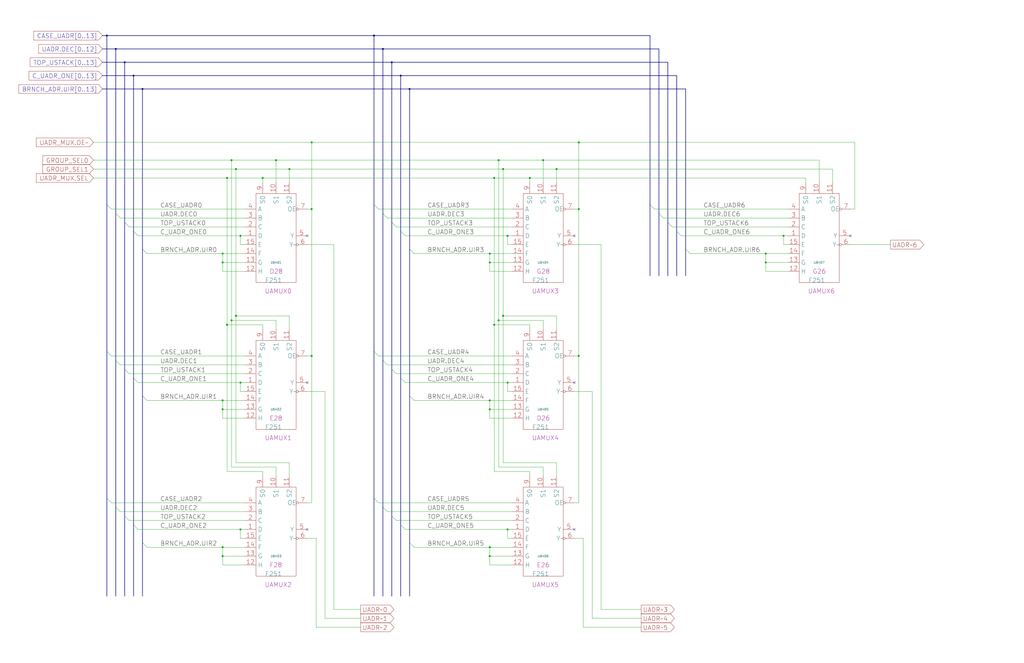
<source format=kicad_sch>
(kicad_sch (version 20250114) (generator "eeschema") (generator_version "9.0")
  (paper "User" 584.2 378.46)
  (title_block (title "UADR MUX - BITS (0:6)") (date "22-MAY-90") (rev "1.0") (comment 1 "SEQUENCER") (comment 2 "232-003064") (comment 3 "S400") (comment 4 "RELEASED"))
  (lib_symbols
    (symbol "r1000:F251" (pin_names (offset 1.016))
      (property "Reference" "U" (at 2.54 5.08 0))
      (property "Value" "F251" (at -3.81 -5.08 0))
      (property "Location" "___" (at -1.27 0 0))
      (property "Name" "______" (at 3.81 -12.7 0))
      (symbol "F251_1_1"
        (rectangle (start -8.89 44.45) (end 13.97 -6.35))
        (circle (center 14.605 35.56) (radius 0.635))
        (circle (center 14.605 15.24) (radius 0.635))
        (pin input line (at -15.24 35.56 0) (length 6.35) (name "A") (number "4"))
        (pin input line (at -15.24 30.48 0) (length 6.35) (name "B") (number "3"))
        (pin input line (at -15.24 25.4 0) (length 6.35) (name "C") (number "2"))
        (pin input line (at -15.24 20.32 0) (length 6.35) (name "D") (number "1"))
        (pin input line (at -15.24 15.24 0) (length 6.35) (name "E") (number "15"))
        (pin input line (at -15.24 10.16 0) (length 6.35) (name "F") (number "14"))
        (pin input line (at -15.24 5.08 0) (length 6.35) (name "G") (number "13"))
        (pin input line (at -15.24 0 0) (length 6.35) (name "H") (number "12"))
        (pin input line (at -5.08 50.8 270) (length 6.35) (name "S0") (number "9"))
        (pin input line (at 2.54 50.8 270) (length 6.35) (name "S1") (number "10"))
        (pin input line (at 10.16 50.8 270) (length 6.35) (name "S2") (number "11"))
        (pin input line (at 20.32 35.56 180) (length 5.08) (name "OE") (number "7"))
        (pin tri_state line (at 20.32 20.32 180) (length 6.35) (name "Y") (number "5"))
        (pin tri_state line (at 20.32 15.24 180) (length 5.08) (name "Y~") (number "6"))
      )
    )
  )
  (junction (at 81.28 50.8))
  (junction (at 281.94 185.42))
  (junction (at 330.2 203.2))
  (junction (at 279.4 317.5))
  (junction (at 129.54 185.42))
  (junction (at 60.96 20.32))
  (junction (at 233.68 50.8))
  (junction (at 157.48 91.44))
  (junction (at 287.02 180.34))
  (junction (at 302.26 101.6))
  (junction (at 71.12 35.56))
  (junction (at 127 317.5))
  (junction (at 165.1 96.52))
  (junction (at 436.88 144.78))
  (junction (at 137.16 134.62))
  (junction (at 287.02 96.52))
  (junction (at 228.6 43.18))
  (junction (at 447.04 134.62))
  (junction (at 134.62 96.52))
  (junction (at 127 233.68))
  (junction (at 309.88 91.44))
  (junction (at 289.56 134.62))
  (junction (at 330.2 119.38))
  (junction (at 132.08 182.88))
  (junction (at 132.08 91.44))
  (junction (at 279.4 228.6))
  (junction (at 127 228.6))
  (junction (at 213.36 20.32))
  (junction (at 279.4 233.68))
  (junction (at 289.56 218.44))
  (junction (at 177.8 203.2))
  (junction (at 149.86 101.6))
  (junction (at 66.04 27.94))
  (junction (at 279.4 312.42))
  (junction (at 279.4 149.86))
  (junction (at 436.88 149.86))
  (junction (at 127 312.42))
  (junction (at 289.56 302.26))
  (junction (at 129.54 101.6))
  (junction (at 177.8 119.38))
  (junction (at 279.4 144.78))
  (junction (at 317.5 96.52))
  (junction (at 330.2 81.28))
  (junction (at 177.8 81.28))
  (junction (at 223.52 35.56))
  (junction (at 218.44 27.94))
  (junction (at 127 149.86))
  (junction (at 137.16 218.44))
  (junction (at 127 144.78))
  (junction (at 134.62 180.34))
  (junction (at 137.16 302.26))
  (junction (at 284.48 91.44))
  (junction (at 76.2 43.18))
  (junction (at 284.48 182.88))
  (junction (at 281.94 101.6))
  (no_connect (at 485.14 134.62))
  (no_connect (at 175.26 134.62))
  (no_connect (at 327.66 218.44))
  (no_connect (at 175.26 302.26))
  (no_connect (at 327.66 134.62))
  (no_connect (at 327.66 302.26))
  (no_connect (at 175.26 218.44))
  (bus_entry (at 233.68 226.06) (size 2.54 2.54))
  (bus_entry (at 223.52 294.64) (size 2.54 2.54))
  (bus_entry (at 81.28 309.88) (size 2.54 2.54))
  (bus_entry (at 370.84 116.84) (size 2.54 2.54))
  (bus_entry (at 71.12 294.64) (size 2.54 2.54))
  (bus_entry (at 60.96 200.66) (size 2.54 2.54))
  (bus_entry (at 71.12 210.82) (size 2.54 2.54))
  (bus_entry (at 66.04 205.74) (size 2.54 2.54))
  (bus_entry (at 213.36 116.84) (size 2.54 2.54))
  (bus_entry (at 66.04 121.92) (size 2.54 2.54))
  (bus_entry (at 381 127) (size 2.54 2.54))
  (bus_entry (at 386.08 132.08) (size 2.54 2.54))
  (bus_entry (at 213.36 200.66) (size 2.54 2.54))
  (bus_entry (at 228.6 132.08) (size 2.54 2.54))
  (bus_entry (at 213.36 284.48) (size 2.54 2.54))
  (bus_entry (at 81.28 226.06) (size 2.54 2.54))
  (bus_entry (at 228.6 299.72) (size 2.54 2.54))
  (bus_entry (at 233.68 142.24) (size 2.54 2.54))
  (bus_entry (at 228.6 215.9) (size 2.54 2.54))
  (bus_entry (at 391.16 142.24) (size 2.54 2.54))
  (bus_entry (at 218.44 205.74) (size 2.54 2.54))
  (bus_entry (at 81.28 142.24) (size 2.54 2.54))
  (bus_entry (at 66.04 289.56) (size 2.54 2.54))
  (bus_entry (at 76.2 299.72) (size 2.54 2.54))
  (bus_entry (at 60.96 284.48) (size 2.54 2.54))
  (bus_entry (at 71.12 127) (size 2.54 2.54))
  (bus_entry (at 375.92 121.92) (size 2.54 2.54))
  (bus_entry (at 223.52 210.82) (size 2.54 2.54))
  (bus_entry (at 233.68 309.88) (size 2.54 2.54))
  (bus_entry (at 223.52 127) (size 2.54 2.54))
  (bus_entry (at 218.44 289.56) (size 2.54 2.54))
  (bus_entry (at 76.2 132.08) (size 2.54 2.54))
  (bus_entry (at 218.44 121.92) (size 2.54 2.54))
  (bus_entry (at 60.96 116.84) (size 2.54 2.54))
  (bus_entry (at 76.2 215.9) (size 2.54 2.54))
  (bus (pts (xy 76.2 132.08) (xy 76.2 215.9)))
  (wire (pts (xy 215.9 203.2) (xy 292.1 203.2)))
  (wire (pts (xy 139.7 218.44) (xy 137.16 218.44)))
  (bus (pts (xy 58.42 50.8) (xy 81.28 50.8)))
  (bus (pts (xy 218.44 289.56) (xy 218.44 340.36)))
  (wire (pts (xy 393.7 144.78) (xy 436.88 144.78)))
  (bus (pts (xy 60.96 200.66) (xy 60.96 284.48)))
  (wire (pts (xy 330.2 203.2) (xy 330.2 287.02)))
  (wire (pts (xy 459.74 101.6) (xy 302.26 101.6)))
  (bus (pts (xy 223.52 294.64) (xy 223.52 340.36)))
  (wire (pts (xy 292.1 218.44) (xy 289.56 218.44)))
  (wire (pts (xy 180.34 358.14) (xy 205.74 358.14)))
  (wire (pts (xy 292.1 312.42) (xy 279.4 312.42)))
  (wire (pts (xy 474.98 104.14) (xy 474.98 96.52)))
  (wire (pts (xy 165.1 96.52) (xy 134.62 96.52)))
  (wire (pts (xy 53.34 101.6) (xy 129.54 101.6)))
  (wire (pts (xy 177.8 203.2) (xy 177.8 119.38)))
  (wire (pts (xy 342.9 139.7) (xy 342.9 347.98)))
  (wire (pts (xy 53.34 81.28) (xy 177.8 81.28)))
  (bus (pts (xy 370.84 20.32) (xy 370.84 116.84)))
  (wire (pts (xy 231.14 218.44) (xy 289.56 218.44)))
  (wire (pts (xy 342.9 347.98) (xy 365.76 347.98)))
  (wire (pts (xy 279.4 144.78) (xy 279.4 149.86)))
  (wire (pts (xy 175.26 203.2) (xy 177.8 203.2)))
  (bus (pts (xy 58.42 35.56) (xy 71.12 35.56)))
  (wire (pts (xy 317.5 187.96) (xy 317.5 180.34)))
  (wire (pts (xy 309.88 182.88) (xy 284.48 182.88)))
  (bus (pts (xy 58.42 27.94) (xy 66.04 27.94)))
  (bus (pts (xy 228.6 299.72) (xy 228.6 340.36)))
  (wire (pts (xy 330.2 81.28) (xy 487.68 81.28)))
  (wire (pts (xy 292.1 302.26) (xy 289.56 302.26)))
  (wire (pts (xy 157.48 104.14) (xy 157.48 91.44)))
  (wire (pts (xy 279.4 149.86) (xy 279.4 154.94)))
  (wire (pts (xy 337.82 353.06) (xy 365.76 353.06)))
  (wire (pts (xy 180.34 307.34) (xy 180.34 358.14)))
  (wire (pts (xy 132.08 266.7) (xy 132.08 182.88)))
  (wire (pts (xy 449.58 144.78) (xy 436.88 144.78)))
  (bus (pts (xy 71.12 35.56) (xy 71.12 127)))
  (wire (pts (xy 157.48 187.96) (xy 157.48 182.88)))
  (wire (pts (xy 149.86 101.6) (xy 129.54 101.6)))
  (wire (pts (xy 132.08 182.88) (xy 157.48 182.88)))
  (wire (pts (xy 127 322.58) (xy 139.7 322.58)))
  (wire (pts (xy 485.14 119.38) (xy 487.68 119.38)))
  (bus (pts (xy 60.96 20.32) (xy 60.96 116.84)))
  (wire (pts (xy 327.66 119.38) (xy 330.2 119.38)))
  (wire (pts (xy 281.94 185.42) (xy 281.94 269.24)))
  (wire (pts (xy 165.1 96.52) (xy 165.1 104.14)))
  (wire (pts (xy 63.5 287.02) (xy 139.7 287.02)))
  (wire (pts (xy 388.62 134.62) (xy 447.04 134.62)))
  (wire (pts (xy 157.48 91.44) (xy 284.48 91.44)))
  (bus (pts (xy 391.16 50.8) (xy 391.16 142.24)))
  (bus (pts (xy 381 127) (xy 381 157.48)))
  (wire (pts (xy 467.36 91.44) (xy 467.36 104.14)))
  (wire (pts (xy 287.02 264.16) (xy 287.02 180.34)))
  (wire (pts (xy 332.74 307.34) (xy 332.74 358.14)))
  (wire (pts (xy 63.5 203.2) (xy 139.7 203.2)))
  (wire (pts (xy 279.4 228.6) (xy 279.4 233.68)))
  (bus (pts (xy 60.96 20.32) (xy 213.36 20.32)))
  (bus (pts (xy 233.68 226.06) (xy 233.68 309.88)))
  (wire (pts (xy 279.4 233.68) (xy 279.4 238.76)))
  (wire (pts (xy 190.5 347.98) (xy 205.74 347.98)))
  (wire (pts (xy 220.98 208.28) (xy 292.1 208.28)))
  (bus (pts (xy 218.44 121.92) (xy 218.44 205.74)))
  (wire (pts (xy 215.9 119.38) (xy 292.1 119.38)))
  (wire (pts (xy 236.22 144.78) (xy 279.4 144.78)))
  (bus (pts (xy 223.52 35.56) (xy 223.52 127)))
  (bus (pts (xy 76.2 43.18) (xy 76.2 132.08)))
  (bus (pts (xy 228.6 43.18) (xy 228.6 132.08)))
  (wire (pts (xy 132.08 91.44) (xy 157.48 91.44)))
  (wire (pts (xy 78.74 218.44) (xy 137.16 218.44)))
  (wire (pts (xy 327.66 223.52) (xy 337.82 223.52)))
  (wire (pts (xy 137.16 307.34) (xy 139.7 307.34)))
  (bus (pts (xy 81.28 309.88) (xy 81.28 340.36)))
  (wire (pts (xy 279.4 238.76) (xy 292.1 238.76)))
  (wire (pts (xy 289.56 307.34) (xy 292.1 307.34)))
  (wire (pts (xy 337.82 223.52) (xy 337.82 353.06)))
  (bus (pts (xy 375.92 27.94) (xy 375.92 121.92)))
  (bus (pts (xy 81.28 142.24) (xy 81.28 226.06)))
  (bus (pts (xy 223.52 35.56) (xy 381 35.56)))
  (wire (pts (xy 149.86 269.24) (xy 149.86 271.78)))
  (wire (pts (xy 327.66 139.7) (xy 342.9 139.7)))
  (bus (pts (xy 81.28 226.06) (xy 81.28 309.88)))
  (bus (pts (xy 228.6 132.08) (xy 228.6 215.9)))
  (wire (pts (xy 137.16 139.7) (xy 139.7 139.7)))
  (wire (pts (xy 289.56 223.52) (xy 292.1 223.52)))
  (wire (pts (xy 289.56 218.44) (xy 289.56 223.52)))
  (wire (pts (xy 139.7 302.26) (xy 137.16 302.26)))
  (wire (pts (xy 279.4 233.68) (xy 292.1 233.68)))
  (wire (pts (xy 165.1 187.96) (xy 165.1 180.34)))
  (wire (pts (xy 279.4 317.5) (xy 279.4 322.58)))
  (bus (pts (xy 228.6 215.9) (xy 228.6 299.72)))
  (wire (pts (xy 139.7 134.62) (xy 137.16 134.62)))
  (wire (pts (xy 53.34 96.52) (xy 134.62 96.52)))
  (wire (pts (xy 447.04 134.62) (xy 447.04 139.7)))
  (bus (pts (xy 375.92 121.92) (xy 375.92 157.48)))
  (wire (pts (xy 279.4 154.94) (xy 292.1 154.94)))
  (bus (pts (xy 58.42 20.32) (xy 60.96 20.32)))
  (bus (pts (xy 218.44 27.94) (xy 218.44 121.92)))
  (wire (pts (xy 68.58 208.28) (xy 139.7 208.28)))
  (wire (pts (xy 292.1 144.78) (xy 279.4 144.78)))
  (wire (pts (xy 73.66 213.36) (xy 139.7 213.36)))
  (wire (pts (xy 127 149.86) (xy 127 154.94)))
  (bus (pts (xy 218.44 205.74) (xy 218.44 289.56)))
  (wire (pts (xy 330.2 81.28) (xy 330.2 119.38)))
  (wire (pts (xy 289.56 302.26) (xy 289.56 307.34)))
  (wire (pts (xy 137.16 223.52) (xy 139.7 223.52)))
  (wire (pts (xy 309.88 91.44) (xy 467.36 91.44)))
  (wire (pts (xy 137.16 218.44) (xy 137.16 223.52)))
  (wire (pts (xy 284.48 91.44) (xy 309.88 91.44)))
  (wire (pts (xy 309.88 187.96) (xy 309.88 182.88)))
  (bus (pts (xy 76.2 43.18) (xy 228.6 43.18)))
  (wire (pts (xy 317.5 264.16) (xy 287.02 264.16)))
  (wire (pts (xy 220.98 292.1) (xy 292.1 292.1)))
  (wire (pts (xy 68.58 292.1) (xy 139.7 292.1)))
  (wire (pts (xy 127 233.68) (xy 127 238.76)))
  (wire (pts (xy 226.06 129.54) (xy 292.1 129.54)))
  (wire (pts (xy 309.88 266.7) (xy 284.48 266.7)))
  (wire (pts (xy 177.8 287.02) (xy 177.8 203.2)))
  (wire (pts (xy 129.54 185.42) (xy 129.54 269.24)))
  (wire (pts (xy 287.02 180.34) (xy 287.02 96.52)))
  (wire (pts (xy 78.74 302.26) (xy 137.16 302.26)))
  (bus (pts (xy 71.12 127) (xy 71.12 210.82)))
  (bus (pts (xy 386.08 43.18) (xy 386.08 132.08)))
  (wire (pts (xy 134.62 180.34) (xy 165.1 180.34)))
  (wire (pts (xy 149.86 101.6) (xy 149.86 104.14)))
  (wire (pts (xy 127 154.94) (xy 139.7 154.94)))
  (wire (pts (xy 132.08 182.88) (xy 132.08 91.44)))
  (bus (pts (xy 233.68 50.8) (xy 233.68 142.24)))
  (bus (pts (xy 233.68 309.88) (xy 233.68 340.36)))
  (bus (pts (xy 66.04 27.94) (xy 66.04 121.92)))
  (wire (pts (xy 139.7 144.78) (xy 127 144.78)))
  (bus (pts (xy 66.04 289.56) (xy 66.04 340.36)))
  (wire (pts (xy 279.4 317.5) (xy 292.1 317.5)))
  (wire (pts (xy 289.56 134.62) (xy 289.56 139.7)))
  (wire (pts (xy 436.88 144.78) (xy 436.88 149.86)))
  (wire (pts (xy 279.4 149.86) (xy 292.1 149.86)))
  (bus (pts (xy 233.68 50.8) (xy 391.16 50.8)))
  (bus (pts (xy 228.6 43.18) (xy 386.08 43.18)))
  (wire (pts (xy 127 317.5) (xy 127 322.58)))
  (wire (pts (xy 231.14 134.62) (xy 289.56 134.62)))
  (bus (pts (xy 81.28 50.8) (xy 81.28 142.24)))
  (wire (pts (xy 175.26 223.52) (xy 185.42 223.52)))
  (wire (pts (xy 134.62 180.34) (xy 134.62 264.16)))
  (wire (pts (xy 73.66 129.54) (xy 139.7 129.54)))
  (wire (pts (xy 302.26 269.24) (xy 281.94 269.24)))
  (wire (pts (xy 149.86 187.96) (xy 149.86 185.42)))
  (bus (pts (xy 60.96 284.48) (xy 60.96 340.36)))
  (wire (pts (xy 63.5 119.38) (xy 139.7 119.38)))
  (wire (pts (xy 383.54 129.54) (xy 449.58 129.54)))
  (bus (pts (xy 71.12 35.56) (xy 223.52 35.56)))
  (wire (pts (xy 327.66 307.34) (xy 332.74 307.34)))
  (wire (pts (xy 436.88 154.94) (xy 449.58 154.94)))
  (bus (pts (xy 81.28 50.8) (xy 233.68 50.8)))
  (wire (pts (xy 317.5 271.78) (xy 317.5 264.16)))
  (bus (pts (xy 223.52 127) (xy 223.52 210.82)))
  (bus (pts (xy 71.12 210.82) (xy 71.12 294.64)))
  (wire (pts (xy 53.34 91.44) (xy 132.08 91.44)))
  (bus (pts (xy 218.44 27.94) (xy 375.92 27.94)))
  (bus (pts (xy 381 35.56) (xy 381 127)))
  (wire (pts (xy 281.94 185.42) (xy 302.26 185.42)))
  (wire (pts (xy 78.74 134.62) (xy 137.16 134.62)))
  (wire (pts (xy 330.2 119.38) (xy 330.2 203.2)))
  (wire (pts (xy 302.26 101.6) (xy 302.26 104.14)))
  (wire (pts (xy 73.66 297.18) (xy 139.7 297.18)))
  (wire (pts (xy 185.42 223.52) (xy 185.42 353.06)))
  (wire (pts (xy 127 149.86) (xy 139.7 149.86)))
  (wire (pts (xy 281.94 101.6) (xy 281.94 185.42)))
  (wire (pts (xy 332.74 358.14) (xy 365.76 358.14)))
  (wire (pts (xy 226.06 297.18) (xy 292.1 297.18)))
  (wire (pts (xy 302.26 187.96) (xy 302.26 185.42)))
  (bus (pts (xy 213.36 20.32) (xy 213.36 116.84)))
  (wire (pts (xy 281.94 101.6) (xy 149.86 101.6)))
  (wire (pts (xy 127 312.42) (xy 127 317.5)))
  (wire (pts (xy 127 228.6) (xy 127 233.68)))
  (wire (pts (xy 436.88 149.86) (xy 449.58 149.86)))
  (wire (pts (xy 292.1 134.62) (xy 289.56 134.62)))
  (wire (pts (xy 83.82 228.6) (xy 127 228.6)))
  (wire (pts (xy 127 233.68) (xy 139.7 233.68)))
  (wire (pts (xy 317.5 96.52) (xy 317.5 104.14)))
  (wire (pts (xy 302.26 271.78) (xy 302.26 269.24)))
  (wire (pts (xy 287.02 180.34) (xy 317.5 180.34)))
  (bus (pts (xy 386.08 132.08) (xy 386.08 157.48)))
  (bus (pts (xy 370.84 116.84) (xy 370.84 157.48)))
  (wire (pts (xy 175.26 119.38) (xy 177.8 119.38)))
  (bus (pts (xy 58.42 43.18) (xy 76.2 43.18)))
  (wire (pts (xy 220.98 124.46) (xy 292.1 124.46)))
  (bus (pts (xy 233.68 142.24) (xy 233.68 226.06)))
  (bus (pts (xy 66.04 121.92) (xy 66.04 205.74)))
  (wire (pts (xy 289.56 139.7) (xy 292.1 139.7)))
  (wire (pts (xy 279.4 312.42) (xy 279.4 317.5)))
  (wire (pts (xy 175.26 287.02) (xy 177.8 287.02)))
  (wire (pts (xy 185.42 353.06) (xy 205.74 353.06)))
  (wire (pts (xy 485.14 139.7) (xy 508 139.7)))
  (wire (pts (xy 378.46 124.46) (xy 449.58 124.46)))
  (bus (pts (xy 71.12 294.64) (xy 71.12 340.36)))
  (wire (pts (xy 134.62 264.16) (xy 165.1 264.16)))
  (wire (pts (xy 129.54 185.42) (xy 149.86 185.42)))
  (wire (pts (xy 449.58 134.62) (xy 447.04 134.62)))
  (wire (pts (xy 231.14 302.26) (xy 289.56 302.26)))
  (wire (pts (xy 236.22 228.6) (xy 279.4 228.6)))
  (wire (pts (xy 309.88 91.44) (xy 309.88 104.14)))
  (wire (pts (xy 177.8 119.38) (xy 177.8 81.28)))
  (wire (pts (xy 129.54 101.6) (xy 129.54 185.42)))
  (wire (pts (xy 284.48 182.88) (xy 284.48 266.7)))
  (bus (pts (xy 213.36 200.66) (xy 213.36 284.48)))
  (wire (pts (xy 236.22 312.42) (xy 279.4 312.42)))
  (wire (pts (xy 474.98 96.52) (xy 317.5 96.52)))
  (bus (pts (xy 213.36 284.48) (xy 213.36 340.36)))
  (wire (pts (xy 487.68 119.38) (xy 487.68 81.28)))
  (wire (pts (xy 127 144.78) (xy 127 149.86)))
  (wire (pts (xy 139.7 228.6) (xy 127 228.6)))
  (bus (pts (xy 76.2 215.9) (xy 76.2 299.72)))
  (bus (pts (xy 213.36 20.32) (xy 370.84 20.32)))
  (wire (pts (xy 292.1 228.6) (xy 279.4 228.6)))
  (wire (pts (xy 137.16 134.62) (xy 137.16 139.7)))
  (bus (pts (xy 66.04 27.94) (xy 218.44 27.94)))
  (wire (pts (xy 284.48 91.44) (xy 284.48 182.88)))
  (wire (pts (xy 327.66 287.02) (xy 330.2 287.02)))
  (bus (pts (xy 223.52 210.82) (xy 223.52 294.64)))
  (wire (pts (xy 279.4 322.58) (xy 292.1 322.58)))
  (wire (pts (xy 134.62 96.52) (xy 134.62 180.34)))
  (wire (pts (xy 139.7 312.42) (xy 127 312.42)))
  (wire (pts (xy 127 238.76) (xy 139.7 238.76)))
  (wire (pts (xy 68.58 124.46) (xy 139.7 124.46)))
  (wire (pts (xy 175.26 307.34) (xy 180.34 307.34)))
  (wire (pts (xy 157.48 271.78) (xy 157.48 266.7)))
  (wire (pts (xy 436.88 149.86) (xy 436.88 154.94)))
  (wire (pts (xy 175.26 139.7) (xy 190.5 139.7)))
  (bus (pts (xy 213.36 116.84) (xy 213.36 200.66)))
  (wire (pts (xy 317.5 96.52) (xy 287.02 96.52)))
  (wire (pts (xy 287.02 96.52) (xy 165.1 96.52)))
  (wire (pts (xy 302.26 101.6) (xy 281.94 101.6)))
  (wire (pts (xy 83.82 312.42) (xy 127 312.42)))
  (wire (pts (xy 309.88 271.78) (xy 309.88 266.7)))
  (wire (pts (xy 177.8 81.28) (xy 330.2 81.28)))
  (wire (pts (xy 215.9 287.02) (xy 292.1 287.02)))
  (wire (pts (xy 190.5 139.7) (xy 190.5 347.98)))
  (wire (pts (xy 83.82 144.78) (xy 127 144.78)))
  (wire (pts (xy 127 317.5) (xy 139.7 317.5)))
  (bus (pts (xy 76.2 299.72) (xy 76.2 340.36)))
  (wire (pts (xy 129.54 269.24) (xy 149.86 269.24)))
  (wire (pts (xy 157.48 266.7) (xy 132.08 266.7)))
  (wire (pts (xy 226.06 213.36) (xy 292.1 213.36)))
  (bus (pts (xy 391.16 142.24) (xy 391.16 157.48)))
  (wire (pts (xy 165.1 264.16) (xy 165.1 271.78)))
  (wire (pts (xy 447.04 139.7) (xy 449.58 139.7)))
  (wire (pts (xy 137.16 302.26) (xy 137.16 307.34)))
  (bus (pts (xy 66.04 205.74) (xy 66.04 289.56)))
  (wire (pts (xy 373.38 119.38) (xy 449.58 119.38)))
  (wire (pts (xy 459.74 104.14) (xy 459.74 101.6)))
  (wire (pts (xy 327.66 203.2) (xy 330.2 203.2)))
  (bus (pts (xy 60.96 116.84) (xy 60.96 200.66)))
  (label "UADR.DEC6" (at 401.32 124.46 0) (effects (font (size 2.54 2.54))))
  (label "C_UADR_ONE0" (at 91.44 134.62 0) (effects (font (size 2.54 2.54))))
  (label "TOP_USTACK4" (at 243.84 213.36 0) (effects (font (size 2.54 2.54))))
  (label "UADR.DEC3" (at 243.84 124.46 0) (effects (font (size 2.54 2.54))))
  (label "UADR.DEC4" (at 243.84 208.28 0) (effects (font (size 2.54 2.54))))
  (label "CASE_UADR5" (at 243.84 287.02 0) (effects (font (size 2.54 2.54))))
  (label "UADR.DEC2" (at 91.44 292.1 0) (effects (font (size 2.54 2.54))))
  (label "BRNCH_ADR.UIR3" (at 243.84 144.78 0) (effects (font (size 2.54 2.54))))
  (label "TOP_USTACK6" (at 401.32 129.54 0) (effects (font (size 2.54 2.54))))
  (label "C_UADR_ONE1" (at 91.44 218.44 0) (effects (font (size 2.54 2.54))))
  (label "CASE_UADR4" (at 243.84 203.2 0) (effects (font (size 2.54 2.54))))
  (label "CASE_UADR1" (at 91.44 203.2 0) (effects (font (size 2.54 2.54))))
  (label "BRNCH_ADR.UIR1" (at 91.44 228.6 0) (effects (font (size 2.54 2.54))))
  (label "C_UADR_ONE3" (at 243.84 134.62 0) (effects (font (size 2.54 2.54))))
  (label "C_UADR_ONE2" (at 91.44 302.26 0) (effects (font (size 2.54 2.54))))
  (label "BRNCH_ADR.UIR2" (at 91.44 312.42 0) (effects (font (size 2.54 2.54))))
  (label "UADR.DEC1" (at 91.44 208.28 0) (effects (font (size 2.54 2.54))))
  (label "TOP_USTACK3" (at 243.84 129.54 0) (effects (font (size 2.54 2.54))))
  (label "BRNCH_ADR.UIR5" (at 243.84 312.42 0) (effects (font (size 2.54 2.54))))
  (label "CASE_UADR0" (at 91.44 119.38 0) (effects (font (size 2.54 2.54))))
  (label "TOP_USTACK5" (at 243.84 297.18 0) (effects (font (size 2.54 2.54))))
  (label "C_UADR_ONE4" (at 243.84 218.44 0) (effects (font (size 2.54 2.54))))
  (label "C_UADR_ONE6" (at 401.32 134.62 0) (effects (font (size 2.54 2.54))))
  (label "TOP_USTACK2" (at 91.44 297.18 0) (effects (font (size 2.54 2.54))))
  (label "C_UADR_ONE5" (at 243.84 302.26 0) (effects (font (size 2.54 2.54))))
  (label "TOP_USTACK1" (at 91.44 213.36 0) (effects (font (size 2.54 2.54))))
  (label "BRNCH_ADR.UIR4" (at 243.84 228.6 0) (effects (font (size 2.54 2.54))))
  (label "CASE_UADR2" (at 91.44 287.02 0) (effects (font (size 2.54 2.54))))
  (label "UADR.DEC5" (at 243.84 292.1 0) (effects (font (size 2.54 2.54))))
  (label "UADR.DEC0" (at 91.44 124.46 0) (effects (font (size 2.54 2.54))))
  (label "BRNCH_ADR.UIR6" (at 401.32 144.78 0) (effects (font (size 2.54 2.54))))
  (label "CASE_UADR6" (at 401.32 119.38 0) (effects (font (size 2.54 2.54))))
  (label "BRNCH_ADR.UIR0" (at 91.44 144.78 0) (effects (font (size 2.54 2.54))))
  (label "TOP_USTACK0" (at 91.44 129.54 0) (effects (font (size 2.54 2.54))))
  (label "CASE_UADR3" (at 243.84 119.38 0) (effects (font (size 2.54 2.54))))
  (global_label "UADR_MUX.SEL" (shape input) (at 53.34 101.6 180) (effects (font (size 2.54 2.54))) (property "Intersheetrefs" "${INTERSHEET_REFS}" (at 20.695 101.4413 0) (effects (font (size 1.905 1.905)) (justify right))))
  (global_label "GROUP_SEL0" (shape input) (at 53.34 91.44 180) (effects (font (size 2.54 2.54))) (property "Intersheetrefs" "${INTERSHEET_REFS}" (at 24.4445 91.2813 0) (effects (font (size 1.905 1.905)) (justify right))))
  (global_label "UADR~5" (shape output) (at 365.76 358.14 0) (effects (font (size 2.54 2.54))) (property "Intersheetrefs" "${INTERSHEET_REFS}" (at 384.7374 357.9813 0) (effects (font (size 1.905 1.905)) (justify left))))
  (global_label "UADR~3" (shape output) (at 365.76 347.98 0) (effects (font (size 2.54 2.54))) (property "Intersheetrefs" "${INTERSHEET_REFS}" (at 384.7374 347.8213 0) (effects (font (size 1.905 1.905)) (justify left))))
  (global_label "UADR~6" (shape output) (at 508 139.7 0) (effects (font (size 2.54 2.54))) (property "Intersheetrefs" "${INTERSHEET_REFS}" (at 526.9774 139.5413 0) (effects (font (size 1.905 1.905)) (justify left))))
  (global_label "UADR~0" (shape output) (at 205.74 347.98 0) (effects (font (size 2.54 2.54))) (property "Intersheetrefs" "${INTERSHEET_REFS}" (at 224.7174 347.8213 0) (effects (font (size 1.905 1.905)) (justify left))))
  (global_label "UADR_MUX.OE~" (shape input) (at 53.34 81.28 180) (effects (font (size 2.54 2.54))) (property "Intersheetrefs" "${INTERSHEET_REFS}" (at 20.695 81.1213 0) (effects (font (size 1.905 1.905)) (justify right))))
  (global_label "UADR~4" (shape output) (at 365.76 353.06 0) (effects (font (size 2.54 2.54))) (property "Intersheetrefs" "${INTERSHEET_REFS}" (at 384.7374 352.9013 0) (effects (font (size 1.905 1.905)) (justify left))))
  (global_label "UADR.DEC[0..12]" (shape input) (at 58.42 27.94 180) (effects (font (size 2.54 2.54))) (property "Intersheetrefs" "${INTERSHEET_REFS}" (at 22.0254 27.7813 0) (effects (font (size 1.905 1.905)) (justify right))))
  (global_label "UADR~1" (shape output) (at 205.74 353.06 0) (effects (font (size 2.54 2.54))) (property "Intersheetrefs" "${INTERSHEET_REFS}" (at 224.7174 352.9013 0) (effects (font (size 1.905 1.905)) (justify left))))
  (global_label "UADR~2" (shape output) (at 205.74 358.14 0) (effects (font (size 2.54 2.54))) (property "Intersheetrefs" "${INTERSHEET_REFS}" (at 224.7174 357.9813 0) (effects (font (size 1.905 1.905)) (justify left))))
  (global_label "BRNCH_ADR.UIR[0..13]" (shape input) (at 58.42 50.8 180) (effects (font (size 2.54 2.54))) (property "Intersheetrefs" "${INTERSHEET_REFS}" (at 10.7769 50.6413 0) (effects (font (size 1.905 1.905)) (justify right))))
  (global_label "C_UADR_ONE[0..13]" (shape input) (at 58.42 43.18 180) (effects (font (size 2.54 2.54))) (property "Intersheetrefs" "${INTERSHEET_REFS}" (at 16.5826 43.0213 0) (effects (font (size 1.905 1.905)) (justify right))))
  (global_label "TOP_USTACK[0..13]" (shape input) (at 58.42 35.56 180) (effects (font (size 2.54 2.54))) (property "Intersheetrefs" "${INTERSHEET_REFS}" (at 17.1873 35.4013 0) (effects (font (size 1.905 1.905)) (justify right))))
  (global_label "CASE_UADR[0..13]" (shape input) (at 58.42 20.32 180) (effects (font (size 2.54 2.54))) (property "Intersheetrefs" "${INTERSHEET_REFS}" (at 19.2435 20.1613 0) (effects (font (size 1.905 1.905)) (justify right))))
  (global_label "GROUP_SEL1" (shape input) (at 53.34 96.52 180) (effects (font (size 2.54 2.54))) (property "Intersheetrefs" "${INTERSHEET_REFS}" (at 24.4445 96.3613 0) (effects (font (size 1.905 1.905)) (justify right))))
  (symbol (lib_id "r1000:F251") (at 307.34 238.76 0) (unit 1)
    (property "Reference" "U6405" (at 309.88 233.68 0))
    (property "Value" "F251" (at 303.53 243.84 0) (effects (font (size 2.54 2.54)) (justify left)))
    (property "Location" "D26" (at 306.07 238.76 0) (effects (font (size 2.54 2.54)) (justify left)))
    (property "Name" "UAMUX4" (at 311.15 251.46 0) (effects (font (size 2.54 2.54)) (justify bottom)))
  )
  (symbol (lib_id "r1000:F251") (at 464.82 154.94 0) (unit 1)
    (property "Reference" "U6407" (at 467.36 149.86 0))
    (property "Value" "F251" (at 461.01 160.02 0) (effects (font (size 2.54 2.54)) (justify left)))
    (property "Location" "G26" (at 463.55 154.94 0) (effects (font (size 2.54 2.54)) (justify left)))
    (property "Name" "UAMUX6" (at 468.63 167.64 0) (effects (font (size 2.54 2.54)) (justify bottom)))
  )
  (symbol (lib_id "r1000:F251") (at 307.34 154.94 0) (unit 1)
    (property "Reference" "U6404" (at 309.88 149.86 0))
    (property "Value" "F251" (at 303.53 160.02 0) (effects (font (size 2.54 2.54)) (justify left)))
    (property "Location" "G28" (at 306.07 154.94 0) (effects (font (size 2.54 2.54)) (justify left)))
    (property "Name" "UAMUX3" (at 311.15 167.64 0) (effects (font (size 2.54 2.54)) (justify bottom)))
  )
  (symbol (lib_id "r1000:F251") (at 154.94 154.94 0) (unit 1)
    (property "Reference" "U6401" (at 157.48 149.86 0))
    (property "Value" "F251" (at 151.13 160.02 0) (effects (font (size 2.54 2.54)) (justify left)))
    (property "Location" "D28" (at 153.67 154.94 0) (effects (font (size 2.54 2.54)) (justify left)))
    (property "Name" "UAMUX0" (at 158.75 167.64 0) (effects (font (size 2.54 2.54)) (justify bottom)))
  )
  (symbol (lib_id "r1000:F251") (at 307.34 322.58 0) (unit 1)
    (property "Reference" "U6406" (at 309.88 317.5 0))
    (property "Value" "F251" (at 303.53 327.66 0) (effects (font (size 2.54 2.54)) (justify left)))
    (property "Location" "E26" (at 306.07 322.58 0) (effects (font (size 2.54 2.54)) (justify left)))
    (property "Name" "UAMUX5" (at 311.15 335.28 0) (effects (font (size 2.54 2.54)) (justify bottom)))
  )
  (symbol (lib_id "r1000:F251") (at 154.94 238.76 0) (unit 1)
    (property "Reference" "U6402" (at 157.48 233.68 0))
    (property "Value" "F251" (at 151.13 243.84 0) (effects (font (size 2.54 2.54)) (justify left)))
    (property "Location" "E28" (at 153.67 238.76 0) (effects (font (size 2.54 2.54)) (justify left)))
    (property "Name" "UAMUX1" (at 158.75 251.46 0) (effects (font (size 2.54 2.54)) (justify bottom)))
  )
  (symbol (lib_id "r1000:F251") (at 154.94 322.58 0) (unit 1)
    (property "Reference" "U6403" (at 157.48 317.5 0))
    (property "Value" "F251" (at 151.13 327.66 0) (effects (font (size 2.54 2.54)) (justify left)))
    (property "Location" "F28" (at 153.67 322.58 0) (effects (font (size 2.54 2.54)) (justify left)))
    (property "Name" "UAMUX2" (at 158.75 335.28 0) (effects (font (size 2.54 2.54)) (justify bottom)))
  )
)
</source>
